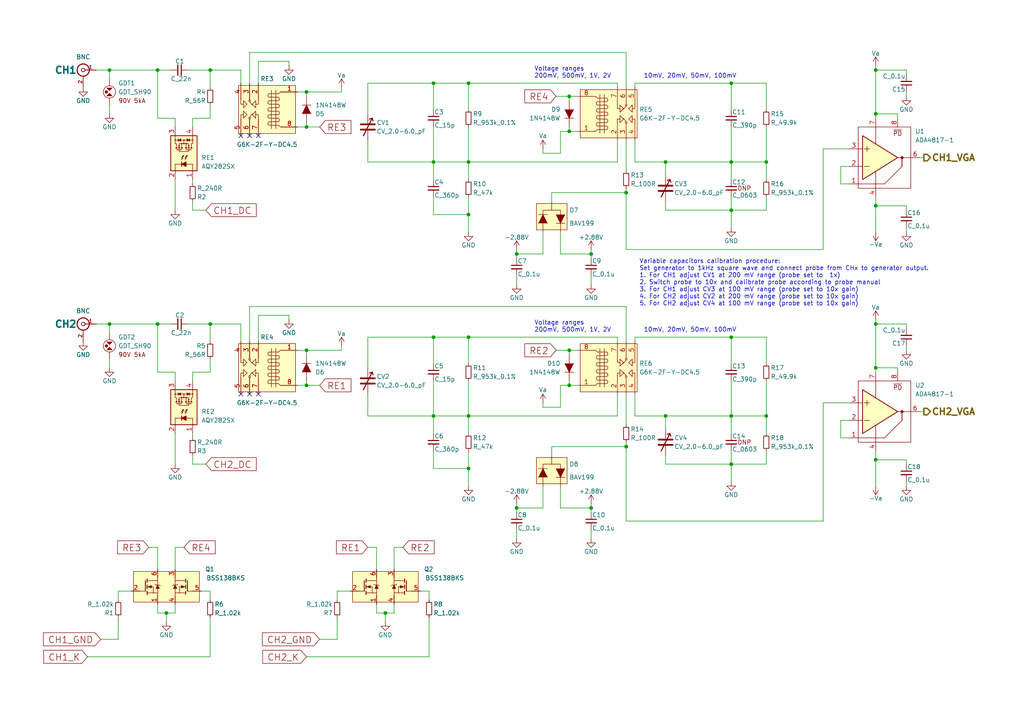
<source format=kicad_sch>
(kicad_sch (version 20231120) (generator "eeschema") (generator_version "8.0")
  (paper "A4")
  (title_block (title "Scopefun Oscilloscope") (rev "v2") (comment 1 "Copyright Dejan Priversek 2017") (comment 2 "Licensed under CERN OHL v.1.2"))
  (lib_symbols
    (symbol "ScopefunParts:+2.88V" (power) (pin_names (offset 0))
      (property "Value" "+2.88V" (at 0 3.556 0))
      (symbol "+2.88V_1_1"
        (pin power_in line (at 0 0 90) (length 0) hide (name "+2.88V") (number "1"))
      )
    )
    (symbol "ScopefunParts:+Va" (power) (pin_names (offset 0))
      (property "Value" "+Va" (at 0 3.556 0))
      (symbol "+Va_1_1"
        (pin power_in line (at 0 0 90) (length 0) hide (name "Va") (number "1"))
      )
    )
    (symbol "ScopefunParts:-2.88V" (power) (pin_names (offset 0))
      (property "Value" "-2.88V" (at 0 3.556 0))
      (symbol "-2.88V_1_1"
        (pin power_in line (at 0 0 90) (length 0) hide (name "-2.88V") (number "1"))
      )
    )
    (symbol "ScopefunParts:-Va" (power) (pin_names (offset 0))
      (property "Value" "-Va" (at 0 3.556 0))
      (symbol "-Va_1_1"
        (pin power_in line (at 0 0 90) (length 0) hide (name "-Va") (number "1"))
      )
    )
    (symbol "ScopefunParts:1N4148W" (pin_numbers hide) (pin_names (offset 1.016) hide)
      (property "Reference" "D" (at 2.54 1.27 0))
      (property "Value" "1N4148W" (at 2.54 -1.27 0))
      (symbol "1N4148W_1_1"
        (pin passive line (at 0 -3.81 90) (length 2.54) (name "K") (number "1"))
        (pin passive line (at 0 3.81 270) (length 2.54) (name "A") (number "2"))
      )
    )
    (symbol "ScopefunParts:ADA4817-1" (pin_names (offset 0) hide)
      (property "Reference" "U" (at 10.16 7.62 0))
      (property "Value" "ADA4817-1" (at 10.16 5.08 0))
      (symbol "ADA4817-1_0_0"
        (text "~{PD}" (at 5.08 6.985 0) (effects (font (size 1.27 1.27))))
      )
      (symbol "ADA4817-1_0_1"
        (pin power_in line (at -1.27 -11.43 90) (length 2.54) (name "-Vs") (number "4"))
      )
      (symbol "ADA4817-1_1_1"
        (pin output line (at -8.89 -7.62 0) (length 2.54) (name "FB") (number "1"))
        (pin input line (at -8.89 -2.54 0) (length 2.54) (name "-IN") (number "2"))
        (pin input line (at -8.89 2.54 0) (length 2.54) (name "+IN") (number "3"))
        (pin output line (at 11.43 0 180) (length 2.54) (name "OUT") (number "6"))
        (pin power_in line (at -1.27 11.43 270) (length 2.54) (name "+Vs") (number "7"))
        (pin input line (at 5.08 11.43 270) (length 2.54) (name "~{PD}") (number "8"))
      )
    )
    (symbol "ScopefunParts:AQY282SX" (pin_names (offset 1.016))
      (property "Reference" "RE" (at -5.08 5.08 0))
      (property "Value" "AQY282SX" (at 0 5.08 0))
      (symbol "AQY282SX_1_1"
        (pin passive line (at -7.62 2.54 0) (length 2.54) (name "~") (number "1"))
        (pin passive line (at -7.62 -2.54 0) (length 2.54) (name "~") (number "2"))
        (pin passive line (at 7.62 -2.54 180) (length 2.54) (name "~") (number "3"))
        (pin passive line (at 7.62 2.54 180) (length 2.54) (name "~") (number "4"))
      )
    )
    (symbol "ScopefunParts:BAV199" (pin_numbers hide) (pin_names (offset 1.016) hide)
      (property "Reference" "D" (at 5.08 2.54 0))
      (property "Value" "BAV199" (at 5.08 -1.27 0))
      (symbol "BAV199_1_1"
        (pin passive line (at -2.54 -3.81 90) (length 2.54) (name "1") (number "1"))
        (pin passive line (at 2.54 -3.81 90) (length 2.54) (name "2") (number "2"))
        (pin passive line (at 0 5.08 270) (length 2.54) (name "3") (number "3"))
      )
    )
    (symbol "ScopefunParts:BNC" (pin_names (offset 1.016) hide)
      (property "Reference" "P" (at 0.254 3.048 0))
      (property "Value" "BNC" (at 0 -6.35 0))
      (symbol "BNC_1_1"
        (pin passive line (at 3.81 0 180) (length 3.302) (name "In") (number "1"))
        (pin passive line (at 0 -5.08 90) (length 3.302) (name "Ext") (number "2"))
      )
    )
    (symbol "ScopefunParts:BSS138BKS" (pin_names (offset 0) hide)
      (property "Reference" "Q" (at 13.97 5.08 0))
      (property "Value" "BSS138BKS" (at 22.86 2.54 0))
      (symbol "BSS138BKS_1_1"
        (pin passive line (at -2.54 -5.08 90) (length 2.54) (name "S1") (number "1"))
        (pin input line (at -10.16 -1.27 0) (length 2.54) (name "G1") (number "2"))
        (pin passive line (at 2.54 5.08 270) (length 2.54) (name "D2") (number "3"))
        (pin passive line (at 2.54 -5.08 90) (length 2.54) (name "S2") (number "4"))
        (pin input line (at 10.16 -1.27 180) (length 2.54) (name "G2") (number "5"))
        (pin passive line (at -2.54 5.08 270) (length 2.54) (name "D1") (number "6"))
      )
    )
    (symbol "ScopefunParts:CV_2.0-6.0_pF" (pin_numbers hide) (pin_names (offset 0.254) hide)
      (property "Reference" "CV" (at 2.54 1.27 0))
      (property "Value" "CV_2.0-6.0_pF" (at 2.54 -1.27 0))
      (symbol "CV_2.0-6.0_pF_1_1"
        (pin passive line (at 0 3.81 270) (length 3.048) (name "~") (number "1"))
        (pin passive line (at 0 -3.81 90) (length 3.048) (name "~") (number "2"))
      )
    )
    (symbol "ScopefunParts:C_0.1u" (pin_numbers hide) (pin_names (offset 0.254) hide)
      (property "Reference" "C" (at 0.254 1.778 0))
      (property "Value" "C_0.1u" (at 0.254 -2.032 0))
      (symbol "C_0.1u_1_1"
        (pin passive line (at 0 2.54 270) (length 1.905) (name "~") (number "1"))
        (pin passive line (at 0 -2.54 90) (length 2.032) (name "~") (number "2"))
      )
    )
    (symbol "ScopefunParts:C_0603" (pin_numbers hide) (pin_names (offset 0.254) hide)
      (property "Reference" "C" (at 0.254 1.778 0))
      (property "Value" "C_0603" (at 0.254 -2.032 0))
      (symbol "C_0603_0_0"
        (text "DNP" (at 3.81 0 0) (effects (font (size 1.27 1.27))))
      )
      (symbol "C_0603_1_1"
        (pin passive line (at 0 2.54 270) (length 1.905) (name "~") (number "1"))
        (pin passive line (at 0 -2.54 90) (length 2.032) (name "~") (number "2"))
      )
    )
    (symbol "ScopefunParts:C_15p" (pin_numbers hide) (pin_names (offset 0.254) hide)
      (property "Reference" "C" (at 0.254 1.778 0))
      (property "Value" "C_15p" (at 0.254 -2.032 0))
      (symbol "C_15p_1_1"
        (pin passive line (at 0 2.54 270) (length 1.905) (name "~") (number "1"))
        (pin passive line (at 0 -2.54 90) (length 2.032) (name "~") (number "2"))
      )
    )
    (symbol "ScopefunParts:C_22n" (pin_numbers hide) (pin_names (offset 0.254) hide)
      (property "Reference" "C" (at 0.254 1.778 0))
      (property "Value" "C_22n" (at 0.254 -2.032 0))
      (symbol "C_22n_1_1"
        (pin passive line (at 0 2.54 270) (length 1.905) (name "~") (number "1"))
        (pin passive line (at 0 -2.54 90) (length 2.032) (name "~") (number "2"))
      )
    )
    (symbol "ScopefunParts:C_360p" (pin_numbers hide) (pin_names (offset 0.254) hide)
      (property "Reference" "C" (at 0.254 1.778 0))
      (property "Value" "C_360p" (at 0.254 -2.032 0))
      (symbol "C_360p_1_1"
        (pin passive line (at 0 2.54 270) (length 1.905) (name "~") (number "1"))
        (pin passive line (at 0 -2.54 90) (length 2.032) (name "~") (number "2"))
      )
    )
    (symbol "ScopefunParts:C_390p" (pin_numbers hide) (pin_names (offset 0.254) hide)
      (property "Reference" "C" (at 0.254 1.778 0))
      (property "Value" "C_390p" (at 0.254 -2.032 0))
      (symbol "C_390p_1_1"
        (pin passive line (at 0 2.54 270) (length 1.905) (name "~") (number "1"))
        (pin passive line (at 0 -2.54 90) (length 2.032) (name "~") (number "2"))
      )
    )
    (symbol "ScopefunParts:G6K-2F-Y-DC4.5" (pin_names (offset 1.016) hide)
      (property "Reference" "RE" (at 0 10.16 0))
      (property "Value" "G6K-2F-Y-DC4.5" (at 0 -10.16 0))
      (symbol "G6K-2F-Y-DC4.5_1_1"
        (pin input line (at -8.89 -5.08 0) (length 4.826) (name "1") (number "1"))
        (pin passive line (at 2.54 -7.62 90) (length 4.826) (name "2") (number "2"))
        (pin passive line (at 5.08 -7.62 90) (length 4.826) (name "3") (number "3"))
        (pin passive line (at 7.62 -7.62 90) (length 4.826) (name "4") (number "4"))
        (pin passive line (at 7.62 7.62 270) (length 4.826) (name "5") (number "5"))
        (pin passive line (at 5.08 7.62 270) (length 4.826) (name "6") (number "6"))
        (pin passive line (at 2.54 7.62 270) (length 4.826) (name "7") (number "7"))
        (pin input line (at -8.89 5.08 0) (length 4.826) (name "8") (number "8"))
      )
    )
    (symbol "ScopefunParts:GDT_SH90" (pin_numbers hide) (pin_names (offset 0.254) hide)
      (property "Reference" "GDT" (at 2.54 2.54 0))
      (property "Value" "GDT_SH90" (at 2.54 0 0))
      (symbol "GDT_SH90_0_0"
        (text "90V 5kA" (at 2.54 -2.54 0) (effects (font (size 1.27 1.27)) (justify left)))
      )
      (symbol "GDT_SH90_1_1"
        (pin passive line (at 0 3.81 270) (length 2.032) (name "~") (number "1"))
        (pin passive line (at 0 -3.81 90) (length 2.032) (name "~") (number "2"))
      )
    )
    (symbol "ScopefunParts:R_1.02k" (pin_numbers hide) (pin_names (offset 0.254) hide)
      (property "Reference" "R" (at 1.27 1.27 0))
      (property "Value" "R_1.02k" (at 1.27 -1.27 0))
      (symbol "R_1.02k_1_1"
        (pin passive line (at 0 2.54 270) (length 0.762) (name "~") (number "1"))
        (pin passive line (at 0 -2.54 90) (length 0.762) (name "~") (number "2"))
      )
    )
    (symbol "ScopefunParts:R_100R" (pin_numbers hide) (pin_names (offset 0.254) hide)
      (property "Reference" "R" (at 1.27 1.27 0))
      (property "Value" "R_100R" (at 1.27 -1.27 0))
      (symbol "R_100R_1_1"
        (pin passive line (at 0 2.54 270) (length 0.762) (name "~") (number "1"))
        (pin passive line (at 0 -2.54 90) (length 0.762) (name "~") (number "2"))
      )
    )
    (symbol "ScopefunParts:R_240R" (pin_numbers hide) (pin_names (offset 0.254) hide)
      (property "Reference" "R" (at 1.27 1.27 0))
      (property "Value" "R_240R" (at 1.27 -1.27 0))
      (symbol "R_240R_1_1"
        (pin passive line (at 0 2.54 270) (length 0.762) (name "~") (number "1"))
        (pin passive line (at 0 -2.54 90) (length 0.762) (name "~") (number "2"))
      )
    )
    (symbol "ScopefunParts:R_47k" (pin_numbers hide) (pin_names (offset 0.254) hide)
      (property "Reference" "R" (at 1.27 1.27 0))
      (property "Value" "R_47k" (at 1.27 -1.27 0))
      (symbol "R_47k_1_1"
        (pin passive line (at 0 2.54 270) (length 0.762) (name "~") (number "1"))
        (pin passive line (at 0 -2.54 90) (length 0.762) (name "~") (number "2"))
      )
    )
    (symbol "ScopefunParts:R_49.9k" (pin_numbers hide) (pin_names (offset 0.254) hide)
      (property "Reference" "R" (at 1.27 1.27 0))
      (property "Value" "R_49.9k" (at 1.27 -1.27 0))
      (symbol "R_49.9k_1_1"
        (pin passive line (at 0 2.54 270) (length 0.762) (name "~") (number "1"))
        (pin passive line (at 0 -2.54 90) (length 0.762) (name "~") (number "2"))
      )
    )
    (symbol "ScopefunParts:R_56R" (pin_numbers hide) (pin_names (offset 0.254) hide)
      (property "Reference" "R" (at 1.27 1.27 0))
      (property "Value" "R_56R" (at 1.27 -1.27 0))
      (symbol "R_56R_1_1"
        (pin passive line (at 0 2.54 270) (length 0.762) (name "~") (number "1"))
        (pin passive line (at 0 -2.54 90) (length 0.762) (name "~") (number "2"))
      )
    )
    (symbol "ScopefunParts:R_953k_0.1%" (pin_numbers hide) (pin_names (offset 0.254) hide)
      (property "Reference" "R" (at 1.27 1.27 0))
      (property "Value" "R_953k_0.1%" (at 1.27 -1.27 0))
      (symbol "R_953k_0.1%_1_1"
        (pin passive line (at 0 2.54 270) (length 0.762) (name "~") (number "1"))
        (pin passive line (at 0 -2.54 90) (length 0.762) (name "~") (number "2"))
      )
    )
    (symbol "Scopefun_v2-rescue:GND" (power) (pin_names (offset 0))
      (property "Value" "GND" (at 0 -3.81 0))
      (symbol "GND_1_1"
        (pin power_in line (at 0 0 270) (length 0) hide (name "GND") (number "1"))
      )
    )
  )
  (junction (at 149.86 73.66))
  (junction (at 254 93.98))
  (junction (at 212.09 46.99))
  (junction (at 193.04 120.65))
  (junction (at 135.89 62.23))
  (junction (at 31.75 20.32))
  (junction (at 45.72 20.32))
  (junction (at 45.72 93.98))
  (junction (at 88.9 26.67))
  (junction (at 111.76 177.8))
  (junction (at 222.25 46.99))
  (junction (at 212.09 120.65))
  (junction (at 135.89 120.65))
  (junction (at 181.61 55.88))
  (junction (at 165.1 38.1))
  (junction (at 181.61 129.54))
  (junction (at 31.75 93.98))
  (junction (at 88.9 111.76))
  (junction (at 254 33.02))
  (junction (at 88.9 36.83))
  (junction (at 222.25 120.65))
  (junction (at 48.26 177.8))
  (junction (at 212.09 97.79))
  (junction (at 60.96 93.98))
  (junction (at 254 133.35))
  (junction (at 135.89 46.99))
  (junction (at 165.1 101.6))
  (junction (at 135.89 135.89))
  (junction (at 135.89 97.79))
  (junction (at 212.09 134.62))
  (junction (at 193.04 46.99))
  (junction (at 125.73 24.13))
  (junction (at 125.73 120.65))
  (junction (at 171.45 73.66))
  (junction (at 88.9 101.6))
  (junction (at 254 106.68))
  (junction (at 149.86 147.32))
  (junction (at 212.09 60.96))
  (junction (at 165.1 111.76))
  (junction (at 135.89 24.13))
  (junction (at 165.1 27.94))
  (junction (at 171.45 147.32))
  (junction (at 125.73 97.79))
  (junction (at 60.96 20.32))
  (junction (at 254 59.69))
  (junction (at 212.09 24.13))
  (junction (at 254 20.32))
  (junction (at 125.73 46.99))
  (no_connect (at 72.39 114.3))
  (no_connect (at 69.85 39.37))
  (no_connect (at 72.39 39.37))
  (no_connect (at 74.93 114.3))
  (no_connect (at 74.93 39.37))
  (no_connect (at 69.85 114.3))
  (wire (pts (xy 212.09 120.65) (xy 222.25 120.65)))
  (wire (pts (xy 135.89 120.65) (xy 135.89 125.73)))
  (wire (pts (xy 243.84 53.34) (xy 243.84 48.26)))
  (wire (pts (xy 171.45 146.05) (xy 171.45 147.32)))
  (wire (pts (xy 135.89 120.65) (xy 179.07 120.65)))
  (wire (pts (xy 165.1 110.49) (xy 165.1 111.76)))
  (wire (pts (xy 222.25 97.79) (xy 222.25 105.41)))
  (wire (pts (xy 254 59.69) (xy 254 67.31)))
  (wire (pts (xy 88.9 35.56) (xy 88.9 36.83)))
  (wire (pts (xy 125.73 31.75) (xy 125.73 24.13)))
  (wire (pts (xy 181.61 49.53) (xy 181.61 40.64)))
  (wire (pts (xy 184.15 24.13) (xy 212.09 24.13)))
  (wire (pts (xy 34.29 173.99) (xy 34.29 171.45)))
  (wire (pts (xy 160.02 129.54) (xy 160.02 132.08)))
  (wire (pts (xy 254 133.35) (xy 254 140.97)))
  (wire (pts (xy 88.9 101.6) (xy 99.06 101.6)))
  (wire (pts (xy 254 57.15) (xy 254 59.69)))
  (wire (pts (xy 157.48 44.45) (xy 157.48 43.18)))
  (wire (pts (xy 135.89 62.23) (xy 135.89 67.31)))
  (wire (pts (xy 106.68 120.65) (xy 106.68 114.3)))
  (wire (pts (xy 60.96 107.95) (xy 60.96 104.14)))
  (wire (pts (xy 55.88 134.62) (xy 59.69 134.62)))
  (wire (pts (xy 74.93 17.78) (xy 74.93 24.13)))
  (wire (pts (xy 262.89 67.31) (xy 262.89 66.04)))
  (wire (pts (xy 243.84 121.92) (xy 246.38 121.92)))
  (wire (pts (xy 238.76 116.84) (xy 238.76 151.13)))
  (wire (pts (xy 171.45 80.01) (xy 171.45 82.55)))
  (wire (pts (xy 88.9 110.49) (xy 88.9 111.76)))
  (wire (pts (xy 106.68 46.99) (xy 106.68 40.64)))
  (wire (pts (xy 162.56 67.31) (xy 162.56 73.66)))
  (wire (pts (xy 74.93 91.44) (xy 74.93 99.06)))
  (wire (pts (xy 262.89 101.6) (xy 262.89 100.33)))
  (wire (pts (xy 135.89 130.81) (xy 135.89 135.89)))
  (wire (pts (xy 212.09 60.96) (xy 212.09 66.04)))
  (wire (pts (xy 262.89 93.98) (xy 262.89 95.25)))
  (wire (pts (xy 60.96 190.5) (xy 60.96 179.07)))
  (wire (pts (xy 60.96 171.45) (xy 58.42 171.45)))
  (wire (pts (xy 238.76 72.39) (xy 181.61 72.39)))
  (wire (pts (xy 212.09 97.79) (xy 222.25 97.79)))
  (wire (pts (xy 246.38 53.34) (xy 243.84 53.34)))
  (wire (pts (xy 125.73 97.79) (xy 135.89 97.79)))
  (wire (pts (xy 125.73 24.13) (xy 135.89 24.13)))
  (wire (pts (xy 246.38 127) (xy 243.84 127)))
  (wire (pts (xy 171.45 72.39) (xy 171.45 73.66)))
  (wire (pts (xy 222.25 110.49) (xy 222.25 120.65)))
  (wire (pts (xy 29.21 185.42) (xy 34.29 185.42)))
  (wire (pts (xy 86.36 26.67) (xy 88.9 26.67)))
  (wire (pts (xy 72.39 15.24) (xy 72.39 24.13)))
  (wire (pts (xy 267.97 45.72) (xy 266.7 45.72)))
  (wire (pts (xy 260.35 34.29) (xy 260.35 33.02)))
  (wire (pts (xy 106.68 97.79) (xy 125.73 97.79)))
  (wire (pts (xy 157.48 67.31) (xy 157.48 73.66)))
  (wire (pts (xy 55.88 53.34) (xy 55.88 52.07)))
  (wire (pts (xy 72.39 88.9) (xy 181.61 88.9)))
  (wire (pts (xy 88.9 111.76) (xy 92.71 111.76)))
  (wire (pts (xy 125.73 62.23) (xy 135.89 62.23)))
  (wire (pts (xy 55.88 60.96) (xy 59.69 60.96)))
  (wire (pts (xy 181.61 129.54) (xy 160.02 129.54)))
  (wire (pts (xy 212.09 134.62) (xy 212.09 139.7)))
  (wire (pts (xy 106.68 97.79) (xy 106.68 106.68)))
  (wire (pts (xy 254 130.81) (xy 254 133.35)))
  (wire (pts (xy 31.75 93.98) (xy 45.72 93.98)))
  (wire (pts (xy 162.56 118.11) (xy 157.48 118.11)))
  (wire (pts (xy 125.73 57.15) (xy 125.73 62.23)))
  (wire (pts (xy 125.73 120.65) (xy 125.73 125.73)))
  (wire (pts (xy 149.86 73.66) (xy 149.86 74.93)))
  (wire (pts (xy 135.89 110.49) (xy 135.89 120.65)))
  (wire (pts (xy 83.82 19.05) (xy 83.82 17.78)))
  (wire (pts (xy 48.26 180.34) (xy 48.26 177.8)))
  (wire (pts (xy 157.48 118.11) (xy 157.48 116.84)))
  (wire (pts (xy 135.89 24.13) (xy 135.89 31.75)))
  (wire (pts (xy 88.9 27.94) (xy 88.9 26.67)))
  (wire (pts (xy 114.3 158.75) (xy 114.3 165.1)))
  (wire (pts (xy 60.96 107.95) (xy 55.88 107.95)))
  (wire (pts (xy 106.68 24.13) (xy 106.68 33.02)))
  (wire (pts (xy 135.89 24.13) (xy 179.07 24.13)))
  (wire (pts (xy 260.35 106.68) (xy 254 106.68)))
  (wire (pts (xy 106.68 158.75) (xy 109.22 158.75)))
  (wire (pts (xy 149.86 146.05) (xy 149.86 147.32)))
  (wire (pts (xy 88.9 36.83) (xy 92.71 36.83)))
  (wire (pts (xy 135.89 97.79) (xy 135.89 105.41)))
  (wire (pts (xy 184.15 24.13) (xy 184.15 25.4)))
  (wire (pts (xy 212.09 97.79) (xy 212.09 105.41)))
  (wire (pts (xy 254 93.98) (xy 254 106.68)))
  (wire (pts (xy 165.1 111.76) (xy 167.64 111.76)))
  (wire (pts (xy 50.8 52.07) (xy 50.8 60.96)))
  (wire (pts (xy 88.9 26.67) (xy 99.06 26.67)))
  (wire (pts (xy 212.09 110.49) (xy 212.09 120.65)))
  (wire (pts (xy 124.46 173.99) (xy 124.46 171.45)))
  (wire (pts (xy 45.72 177.8) (xy 48.26 177.8)))
  (wire (pts (xy 193.04 60.96) (xy 193.04 58.42)))
  (wire (pts (xy 181.61 128.27) (xy 181.61 129.54)))
  (wire (pts (xy 184.15 120.65) (xy 184.15 114.3)))
  (wire (pts (xy 246.38 116.84) (xy 238.76 116.84)))
  (wire (pts (xy 31.75 30.48) (xy 31.75 33.02)))
  (wire (pts (xy 45.72 20.32) (xy 49.53 20.32)))
  (wire (pts (xy 125.73 110.49) (xy 125.73 120.65)))
  (wire (pts (xy 34.29 185.42) (xy 34.29 179.07)))
  (wire (pts (xy 125.73 36.83) (xy 125.73 46.99)))
  (wire (pts (xy 99.06 101.6) (xy 99.06 100.33)))
  (wire (pts (xy 55.88 107.95) (xy 55.88 110.49)))
  (wire (pts (xy 125.73 130.81) (xy 125.73 135.89)))
  (wire (pts (xy 193.04 46.99) (xy 212.09 46.99)))
  (wire (pts (xy 260.35 107.95) (xy 260.35 106.68)))
  (wire (pts (xy 212.09 24.13) (xy 222.25 24.13)))
  (wire (pts (xy 184.15 46.99) (xy 184.15 40.64)))
  (wire (pts (xy 111.76 180.34) (xy 111.76 177.8)))
  (wire (pts (xy 181.61 54.61) (xy 181.61 55.88)))
  (wire (pts (xy 106.68 46.99) (xy 125.73 46.99)))
  (wire (pts (xy 99.06 26.67) (xy 99.06 25.4)))
  (wire (pts (xy 212.09 120.65) (xy 212.09 125.73)))
  (wire (pts (xy 222.25 46.99) (xy 222.25 52.07)))
  (wire (pts (xy 165.1 36.83) (xy 165.1 38.1)))
  (wire (pts (xy 135.89 46.99) (xy 179.07 46.99)))
  (wire (pts (xy 55.88 36.83) (xy 55.88 34.29)))
  (wire (pts (xy 179.07 97.79) (xy 179.07 99.06)))
  (wire (pts (xy 55.88 132.08) (xy 55.88 134.62)))
  (wire (pts (xy 116.84 158.75) (xy 114.3 158.75)))
  (wire (pts (xy 212.09 130.81) (xy 212.09 134.62)))
  (wire (pts (xy 165.1 29.21) (xy 165.1 27.94)))
  (wire (pts (xy 184.15 120.65) (xy 193.04 120.65)))
  (wire (pts (xy 181.61 55.88) (xy 181.61 72.39)))
  (wire (pts (xy 157.48 73.66) (xy 149.86 73.66)))
  (wire (pts (xy 254 20.32) (xy 262.89 20.32)))
  (wire (pts (xy 179.07 120.65) (xy 179.07 114.3)))
  (wire (pts (xy 45.72 93.98) (xy 49.53 93.98)))
  (wire (pts (xy 54.61 20.32) (xy 60.96 20.32)))
  (wire (pts (xy 161.29 101.6) (xy 165.1 101.6)))
  (wire (pts (xy 212.09 36.83) (xy 212.09 46.99)))
  (wire (pts (xy 55.88 58.42) (xy 55.88 60.96)))
  (wire (pts (xy 74.93 91.44) (xy 83.82 91.44)))
  (wire (pts (xy 125.73 46.99) (xy 125.73 52.07)))
  (wire (pts (xy 149.86 80.01) (xy 149.86 82.55)))
  (wire (pts (xy 50.8 134.62) (xy 50.8 125.73)))
  (wire (pts (xy 157.48 140.97) (xy 157.48 147.32)))
  (wire (pts (xy 88.9 190.5) (xy 124.46 190.5)))
  (wire (pts (xy 238.76 43.18) (xy 238.76 72.39)))
  (wire (pts (xy 222.25 120.65) (xy 222.25 125.73)))
  (wire (pts (xy 193.04 60.96) (xy 212.09 60.96)))
  (wire (pts (xy 55.88 125.73) (xy 55.88 127)))
  (wire (pts (xy 243.84 127) (xy 243.84 121.92)))
  (wire (pts (xy 45.72 158.75) (xy 45.72 165.1)))
  (wire (pts (xy 25.4 190.5) (xy 60.96 190.5)))
  (wire (pts (xy 222.25 60.96) (xy 222.25 57.15)))
  (wire (pts (xy 45.72 177.8) (xy 45.72 175.26)))
  (wire (pts (xy 45.72 107.95) (xy 45.72 93.98)))
  (wire (pts (xy 171.45 153.67) (xy 171.45 156.21)))
  (wire (pts (xy 262.89 59.69) (xy 254 59.69)))
  (wire (pts (xy 125.73 135.89) (xy 135.89 135.89)))
  (wire (pts (xy 50.8 110.49) (xy 50.8 107.95)))
  (wire (pts (xy 31.75 104.14) (xy 31.75 106.68)))
  (wire (pts (xy 171.45 147.32) (xy 171.45 148.59)))
  (wire (pts (xy 222.25 36.83) (xy 222.25 46.99)))
  (wire (pts (xy 212.09 46.99) (xy 212.09 52.07)))
  (wire (pts (xy 149.86 153.67) (xy 149.86 156.21)))
  (wire (pts (xy 31.75 96.52) (xy 31.75 93.98)))
  (wire (pts (xy 262.89 140.97) (xy 262.89 139.7)))
  (wire (pts (xy 50.8 158.75) (xy 50.8 165.1)))
  (wire (pts (xy 181.61 129.54) (xy 181.61 151.13)))
  (wire (pts (xy 184.15 46.99) (xy 193.04 46.99)))
  (wire (pts (xy 254 19.05) (xy 254 20.32)))
  (wire (pts (xy 193.04 134.62) (xy 193.04 132.08)))
  (wire (pts (xy 54.61 93.98) (xy 60.96 93.98)))
  (wire (pts (xy 106.68 120.65) (xy 125.73 120.65)))
  (wire (pts (xy 246.38 43.18) (xy 238.76 43.18)))
  (wire (pts (xy 50.8 177.8) (xy 50.8 175.26)))
  (wire (pts (xy 162.56 44.45) (xy 157.48 44.45)))
  (wire (pts (xy 97.79 185.42) (xy 97.79 179.07)))
  (wire (pts (xy 109.22 177.8) (xy 111.76 177.8)))
  (wire (pts (xy 161.29 27.94) (xy 165.1 27.94)))
  (wire (pts (xy 50.8 107.95) (xy 45.72 107.95)))
  (wire (pts (xy 260.35 33.02) (xy 254 33.02)))
  (wire (pts (xy 50.8 36.83) (xy 50.8 34.29)))
  (wire (pts (xy 27.94 20.32) (xy 31.75 20.32)))
  (wire (pts (xy 193.04 120.65) (xy 212.09 120.65)))
  (wire (pts (xy 254 33.02) (xy 254 34.29)))
  (wire (pts (xy 135.89 135.89) (xy 135.89 140.97)))
  (wire (pts (xy 181.61 123.19) (xy 181.61 114.3)))
  (wire (pts (xy 262.89 20.32) (xy 262.89 21.59)))
  (wire (pts (xy 181.61 88.9) (xy 181.61 99.06)))
  (wire (pts (xy 254 20.32) (xy 254 33.02)))
  (wire (pts (xy 162.56 38.1) (xy 162.56 44.45)))
  (wire (pts (xy 135.89 57.15) (xy 135.89 62.23)))
  (wire (pts (xy 157.48 147.32) (xy 149.86 147.32)))
  (wire (pts (xy 212.09 60.96) (xy 222.25 60.96)))
  (wire (pts (xy 45.72 34.29) (xy 45.72 20.32)))
  (wire (pts (xy 262.89 93.98) (xy 254 93.98)))
  (wire (pts (xy 193.04 134.62) (xy 212.09 134.62)))
  (wire (pts (xy 60.96 25.4) (xy 60.96 20.32)))
  (wire (pts (xy 243.84 48.26) (xy 246.38 48.26)))
  (wire (pts (xy 50.8 34.29) (xy 45.72 34.29)))
  (wire (pts (xy 125.73 105.41) (xy 125.73 97.79)))
  (wire (pts (xy 184.15 97.79) (xy 212.09 97.79)))
  (wire (pts (xy 109.22 158.75) (xy 109.22 165.1)))
  (wire (pts (xy 162.56 147.32) (xy 171.45 147.32)))
  (wire (pts (xy 238.76 151.13) (xy 181.61 151.13)))
  (wire (pts (xy 83.82 91.44) (xy 83.82 92.71)))
  (wire (pts (xy 111.76 177.8) (xy 114.3 177.8)))
  (wire (pts (xy 97.79 171.45) (xy 101.6 171.45)))
  (wire (pts (xy 262.89 27.94) (xy 262.89 26.67)))
  (wire (pts (xy 125.73 120.65) (xy 135.89 120.65)))
  (wire (pts (xy 43.18 158.75) (xy 45.72 158.75)))
  (wire (pts (xy 222.25 24.13) (xy 222.25 31.75)))
  (wire (pts (xy 262.89 134.62) (xy 262.89 133.35)))
  (wire (pts (xy 254 92.71) (xy 254 93.98)))
  (wire (pts (xy 193.04 46.99) (xy 193.04 50.8)))
  (wire (pts (xy 34.29 171.45) (xy 38.1 171.45)))
  (wire (pts (xy 60.96 173.99) (xy 60.96 171.45)))
  (wire (pts (xy 165.1 101.6) (xy 167.64 101.6)))
  (wire (pts (xy 106.68 24.13) (xy 125.73 24.13)))
  (wire (pts (xy 125.73 46.99) (xy 135.89 46.99)))
  (wire (pts (xy 162.56 111.76) (xy 165.1 111.76)))
  (wire (pts (xy 160.02 55.88) (xy 160.02 58.42)))
  (wire (pts (xy 114.3 177.8) (xy 114.3 175.26)))
  (wire (pts (xy 162.56 73.66) (xy 171.45 73.66)))
  (wire (pts (xy 165.1 102.87) (xy 165.1 101.6)))
  (wire (pts (xy 60.96 93.98) (xy 69.85 93.98)))
  (wire (pts (xy 222.25 134.62) (xy 222.25 130.81)))
  (wire (pts (xy 72.39 15.24) (xy 181.61 15.24)))
  (wire (pts (xy 193.04 120.65) (xy 193.04 124.46)))
  (wire (pts (xy 92.71 185.42) (xy 97.79 185.42)))
  (wire (pts (xy 262.89 133.35) (xy 254 133.35)))
  (wire (pts (xy 184.15 97.79) (xy 184.15 99.06)))
  (wire (pts (xy 212.09 134.62) (xy 222.25 134.62)))
  (wire (pts (xy 69.85 93.98) (xy 69.85 99.06)))
  (wire (pts (xy 262.89 60.96) (xy 262.89 59.69)))
  (wire (pts (xy 72.39 88.9) (xy 72.39 99.06)))
  (wire (pts (xy 60.96 93.98) (xy 60.96 99.06)))
  (wire (pts (xy 179.07 24.13) (xy 179.07 25.4)))
  (wire (pts (xy 69.85 20.32) (xy 69.85 24.13)))
  (wire (pts (xy 254 106.68) (xy 254 107.95)))
  (wire (pts (xy 86.36 101.6) (xy 88.9 101.6)))
  (wire (pts (xy 27.94 93.98) (xy 31.75 93.98)))
  (wire (pts (xy 31.75 20.32) (xy 45.72 20.32)))
  (wire (pts (xy 53.34 158.75) (xy 50.8 158.75)))
  (wire (pts (xy 181.61 55.88) (xy 160.02 55.88)))
  (wire (pts (xy 55.88 34.29) (xy 60.96 34.29)))
  (wire (pts (xy 31.75 22.86) (xy 31.75 20.32)))
  (wire (pts (xy 165.1 38.1) (xy 167.64 38.1)))
  (wire (pts (xy 135.89 46.99) (xy 135.89 52.07)))
  (wire (pts (xy 86.36 36.83) (xy 88.9 36.83)))
  (wire (pts (xy 212.09 46.99) (xy 222.25 46.99)))
  (wire (pts (xy 181.61 15.24) (xy 181.61 25.4)))
  (wire (pts (xy 60.96 20.32) (xy 69.85 20.32)))
  (wire (pts (xy 135.89 97.79) (xy 179.07 97.79)))
  (wire (pts (xy 179.07 46.99) (xy 179.07 40.64)))
  (wire (pts (xy 60.96 34.29) (xy 60.96 30.48)))
  (wire (pts (xy 124.46 171.45) (xy 121.92 171.45)))
  (wire (pts (xy 124.46 190.5) (xy 124.46 179.07)))
  (wire (pts (xy 212.09 57.15) (xy 212.09 60.96)))
  (wire (pts (xy 162.56 140.97) (xy 162.56 147.32)))
  (wire (pts (xy 109.22 177.8) (xy 109.22 175.26)))
  (wire (pts (xy 267.97 119.38) (xy 266.7 119.38)))
  (wire (pts (xy 97.79 173.99) (xy 97.79 171.45)))
  (wire (pts (xy 212.09 24.13) (xy 212.09 31.75)))
  (wire (pts (xy 86.36 111.76) (xy 88.9 111.76)))
  (wire (pts (xy 83.82 17.78) (xy 74.93 17.78)))
  (wire (pts (xy 135.89 36.83) (xy 135.89 46.99)))
  (wire (pts (xy 149.86 72.39) (xy 149.86 73.66)))
  (wire (pts (xy 165.1 27.94) (xy 167.64 27.94)))
  (wire (pts (xy 88.9 102.87) (xy 88.9 101.6)))
  (wire (pts (xy 162.56 118.11) (xy 162.56 111.76)))
  (wire (pts (xy 171.45 73.66) (xy 171.45 74.93)))
  (wire (pts (xy 162.56 38.1) (xy 165.1 38.1)))
  (wire (pts (xy 48.26 177.8) (xy 50.8 177.8)))
  (wire (pts (xy 149.86 147.32) (xy 149.86 148.59)))
  (text "10mV, 20mV, 50mV, 100mV" (at 186.69 96.52 0) (effects (font (size 1.27 1.27)) (justify left bottom)))
  (text "Voltage ranges\n200mV, 500mV, 1V, 2V" (at 154.94 96.52 0) (effects (font (size 1.27 1.27)) (justify left bottom)))
  (text "Voltage ranges\n200mV, 500mV, 1V, 2V" (at 154.94 22.86 0) (effects (font (size 1.27 1.27)) (justify left bottom)))
  (text "Variable capacitors calibration procedure:\nSet generator to 1kHz square wave and connect probe from CHx to generator output.\n1. For CH1 adjust CV1 at 200 mV range (probe set to  1x)\n2. Switch probe to 10x and calibrate probe according to probe manual\n3. For CH1 adjust CV3 at 100 mV range (probe set to 10x gain)\n4. For CH2 adjust CV2 at 200 mV range (probe set to 10x gain)\n5. For CH2 adjust CV4 at 100 mV range (probe set to 10x gain)" (at 185.42 88.9 0) (effects (font (size 1.27 1.27)) (justify left bottom)))
  (text "10mV, 20mV, 50mV, 100mV" (at 186.69 22.86 0) (effects (font (size 1.27 1.27)) (justify left bottom)))
  (global_label "RE1" (shape input) (at 106.68 158.75 180) (effects (font (size 1.905 1.905))) (property "Intersheetrefs" "${INTERSHEET_REFS}" (effects (hide yes))))
  (global_label "RE3" (shape input) (at 43.18 158.75 180) (effects (font (size 1.905 1.905))) (property "Intersheetrefs" "${INTERSHEET_REFS}" (effects (hide yes))))
  (global_label "RE2" (shape input) (at 116.84 158.75 0) (effects (font (size 1.905 1.905))) (property "Intersheetrefs" "${INTERSHEET_REFS}" (effects (hide yes))))
  (global_label "CH1_K" (shape input) (at 25.4 190.5 180) (effects (font (size 1.905 1.905))) (property "Intersheetrefs" "${INTERSHEET_REFS}" (effects (hide yes))))
  (global_label "CH2_K" (shape input) (at 88.9 190.5 180) (effects (font (size 1.905 1.905))) (property "Intersheetrefs" "${INTERSHEET_REFS}" (effects (hide yes))))
  (global_label "RE3" (shape input) (at 92.71 36.83 0) (effects (font (size 1.905 1.905))) (property "Intersheetrefs" "${INTERSHEET_REFS}" (effects (hide yes))))
  (global_label "RE2" (shape input) (at 161.29 101.6 180) (effects (font (size 1.905 1.905))) (property "Intersheetrefs" "${INTERSHEET_REFS}" (effects (hide yes))))
  (global_label "RE4" (shape input) (at 161.29 27.94 180) (effects (font (size 1.905 1.905))) (property "Intersheetrefs" "${INTERSHEET_REFS}" (effects (hide yes))))
  (global_label "CH1_GND" (shape input) (at 29.21 185.42 180) (effects (font (size 1.905 1.905))) (property "Intersheetrefs" "${INTERSHEET_REFS}" (effects (hide yes))))
  (global_label "RE1" (shape input) (at 92.71 111.76 0) (effects (font (size 1.905 1.905))) (property "Intersheetrefs" "${INTERSHEET_REFS}" (effects (hide yes))))
  (global_label "CH1_DC" (shape input) (at 59.69 60.96 0) (effects (font (size 1.905 1.905))) (property "Intersheetrefs" "${INTERSHEET_REFS}" (effects (hide yes))))
  (global_label "CH2_DC" (shape input) (at 59.69 134.62 0) (effects (font (size 1.905 1.905))) (property "Intersheetrefs" "${INTERSHEET_REFS}" (effects (hide yes))))
  (global_label "RE4" (shape input) (at 53.34 158.75 0) (effects (font (size 1.905 1.905))) (property "Intersheetrefs" "${INTERSHEET_REFS}" (effects (hide yes))))
  (global_label "CH2_GND" (shape input) (at 92.71 185.42 180) (effects (font (size 1.905 1.905))) (property "Intersheetrefs" "${INTERSHEET_REFS}" (effects (hide yes))))
  (hierarchical_label "CH1_VGA" (shape output) (at 267.97 45.72 0) (effects (font (size 1.905 1.905) (thickness 0.381) (bold yes))))
  (hierarchical_label "CH2_VGA" (shape output) (at 267.97 119.38 0) (effects (font (size 1.905 1.905) (thickness 0.381) (bold yes))))
  (symbol (lib_id "Scopefun_v2-rescue:GND") (at 24.13 99.06 0) (unit 1)
    (property "Reference" "#PWR0460" (effects (hide yes)))
    (property "Value" "GND" (at 24.13 102.87 0))
  )
  (symbol (lib_id "ScopefunParts:R_56R") (at 60.96 101.6 0) (mirror y) (unit 1)
    (property "Reference" "R5" (at 59.69 100.33 0) (effects (justify left)))
    (property "Value" "R_56R" (at 59.69 102.87 0) (effects (justify left)))
    (property "Footprint" "ScopefunPackagesLibrary:R_0603" (effects (hide yes)))
    (property "Datasheet" "http://industrial.panasonic.com/cdbs/www-data/pdf/AOA0000/AOA0000CE2.pdf" (effects (hide yes)))
    (property "Description" "RES SMD 1% 1/10W 0603" (effects (hide yes)))
    (property "MFG Part#" "ERJ-3EKF56R0V" (effects (hide yes)))
    (instances (project "Scopefun_v2" (path "" (reference "R5") (unit 1)) (path "" (reference "R202") (unit 1))))
  )
  (symbol (lib_id "ScopefunParts:R_953k_0.1%") (at 135.89 107.95 0) (unit 1)
    (property "Reference" "R11" (at 137.16 106.68 0) (effects (justify left)))
    (property "Value" "R_953k_0.1%" (at 137.16 109.22 0) (effects (justify left)))
    (property "Footprint" "ScopefunPackagesLibrary:R_0805" (effects (hide yes)))
    (property "Datasheet" "http://industrial.panasonic.com/ww/products/resistors/chip-resistors/chip-resistors/precision-thick-film-chip-resistors/ERJ3RED9533V" (effects (hide yes)))
    (property "Description" "RES SMD 0.1% 1/10W 0805" (effects (hide yes)))
    (property "MFG Part#" "ERA-6AEB9533V" (effects (hide yes)))
    (instances (project "Scopefun_v2" (path "" (reference "R11") (unit 1)) (path "" (reference "R203") (unit 1))))
  )
  (symbol (lib_id "ScopefunParts:R_47k") (at 135.89 128.27 0) (unit 1)
    (property "Reference" "R12" (at 137.16 127 0) (effects (justify left)))
    (property "Value" "R_47k" (at 137.16 129.54 0) (effects (justify left)))
    (property "Footprint" "ScopefunPackagesLibrary:R_0603" (effects (hide yes)))
    (property "Datasheet" "http://industrial.panasonic.com/cdbs/www-data/pdf/AOA0000/AOA0000CE2.pdf" (effects (hide yes)))
    (property "Description" "RES SMD 1% 1/10W 0603" (effects (hide yes)))
    (property "MFG Part#" "ERJ-3EKF4702V" (effects (hide yes)))
    (instances (project "Scopefun_v2" (path "" (reference "R12") (unit 1)) (path "" (reference "R206") (unit 1))))
  )
  (symbol (lib_id "Scopefun_v2-rescue:GND") (at 83.82 92.71 0) (mirror y) (unit 1)
    (property "Reference" "#PWR0458" (effects (hide yes)))
    (property "Value" "GND" (at 83.82 96.52 0))
  )
  (symbol (lib_id "ScopefunParts:R_953k_0.1%") (at 222.25 128.27 0) (unit 1)
    (property "Reference" "R18" (at 223.52 127 0) (effects (justify left)))
    (property "Value" "R_953k_0.1%" (at 223.52 129.54 0) (effects (justify left)))
    (property "Footprint" "ScopefunPackagesLibrary:R_0805" (effects (hide yes)))
    (property "Datasheet" "http://industrial.panasonic.com/ww/products/resistors/chip-resistors/chip-resistors/precision-thick-film-chip-resistors/ERJ3RED9533V" (effects (hide yes)))
    (property "Description" "RES SMD 0.1% 1/10W 0805" (effects (hide yes)))
    (property "MFG Part#" "ERA-6AEB9533V" (effects (hide yes)))
    (instances (project "Scopefun_v2" (path "" (reference "R18") (unit 1)) (path "" (reference "R207") (unit 1))))
  )
  (symbol (lib_id "Scopefun_v2-rescue:GND") (at 135.89 140.97 0) (unit 1)
    (property "Reference" "#PWR0467" (effects (hide yes)))
    (property "Value" "GND" (at 135.89 144.78 0))
  )
  (symbol (lib_id "Scopefun_v2-rescue:GND") (at 212.09 139.7 0) (unit 1)
    (property "Reference" "#PWR0466" (effects (hide yes)))
    (property "Value" "GND" (at 212.09 143.51 0))
  )
  (symbol (lib_id "Scopefun_v2-rescue:GND") (at 50.8 134.62 0) (mirror y) (unit 1)
    (property "Reference" "#PWR0465" (effects (hide yes)))
    (property "Value" "GND" (at 50.8 138.43 0))
  )
  (symbol (lib_id "ScopefunParts:+Va") (at 99.06 100.33 0) (mirror y) (unit 1)
    (property "Reference" "#PWR0461" (effects (hide yes)))
    (property "Value" "Va" (at 99.06 96.774 0))
  )
  (symbol (lib_id "ScopefunParts:R_1.02k") (at 34.29 176.53 180) (unit 1)
    (property "Reference" "R1" (at 33.02 177.8 0) (effects (justify left)))
    (property "Value" "R_1.02k" (at 33.02 175.26 0) (effects (justify left)))
    (property "Footprint" "ScopefunPackagesLibrary:R_0603" (effects (hide yes)))
    (property "Datasheet" "http://industrial.panasonic.com/cdbs/www-data/pdf/AOA0000/AOA0000CE2.pdf" (effects (hide yes)))
    (property "Description" "RES SMD 1% 1/10W 0603" (effects (hide yes)))
    (property "MFG Part#" "ERJ-3EKF1021V" (effects (hide yes)))
    (instances (project "Scopefun_v2" (path "" (reference "R1") (unit 1)) (path "" (reference "R209") (unit 1))))
  )
  (symbol (lib_id "ScopefunParts:R_1.02k") (at 60.96 176.53 0) (unit 1)
    (property "Reference" "R6" (at 62.23 175.26 0) (effects (justify left)))
    (property "Value" "R_1.02k" (at 62.23 177.8 0) (effects (justify left)))
    (property "Footprint" "ScopefunPackagesLibrary:R_0603" (effects (hide yes)))
    (property "Datasheet" "http://industrial.panasonic.com/cdbs/www-data/pdf/AOA0000/AOA0000CE2.pdf" (effects (hide yes)))
    (property "Description" "RES SMD 1% 1/10W 0603" (effects (hide yes)))
    (property "MFG Part#" "ERJ-3EKF1021V" (effects (hide yes)))
    (instances (project "Scopefun_v2" (path "" (reference "R6") (unit 1)) (path "" (reference "R210") (unit 1))))
  )
  (symbol (lib_id "ScopefunParts:BSS138BKS") (at 48.26 170.18 0) (unit 1)
    (property "Reference" "Q1" (at 62.23 165.1 0) (effects (justify right)))
    (property "Value" "BSS138BKS" (at 71.12 167.64 0) (effects (justify right)))
    (property "Footprint" "ScopefunPackagesLibrary:SOT363" (effects (hide yes)))
    (property "Datasheet" "http://www.nxp.com/documents/data_sheet/BSS138BKS.pdf" (effects (hide yes)))
    (property "Description" "60 V, 320 mA dual N-channel Trench MOSFET" (effects (hide yes)))
    (property "MFG Part#" "BSS138PS,115" (effects (hide yes)))
    (instances (project "Scopefun_v2" (path "" (reference "Q1") (unit 1)) (path "" (reference "Q5") (unit 1))))
  )
  (symbol (lib_id "Scopefun_v2-rescue:GND") (at 48.26 180.34 0) (unit 1)
    (property "Reference" "#PWR0474" (effects (hide yes)))
    (property "Value" "GND" (at 48.26 184.15 0))
  )
  (symbol (lib_id "ScopefunParts:R_100R") (at 181.61 125.73 0) (unit 1)
    (property "Reference" "R14" (at 182.88 124.46 0) (effects (justify left)))
    (property "Value" "R_100R" (at 182.88 127 0) (effects (justify left)))
    (property "Footprint" "ScopefunPackagesLibrary:R_0603" (effects (hide yes)))
    (property "Datasheet" "http://industrial.panasonic.com/cdbs/www-data/pdf/AOA0000/AOA0000CE2.pdf" (effects (hide yes)))
    (property "Description" "RES SMD 1% 1/10W 0603" (effects (hide yes)))
    (property "MFG Part#" "ERJ-3EKF1000V" (effects (hide yes)))
    (instances (project "Scopefun_v2" (path "" (reference "R14") (unit 1)) (path "" (reference "R205") (unit 1))))
  )
  (symbol (lib_id "ScopefunParts:BAV199") (at 160.02 137.16 0) (unit 1)
    (property "Reference" "D8" (at 165.1 134.62 0) (effects (justify left)))
    (property "Value" "BAV199" (at 165.1 138.43 0) (effects (justify left)))
    (property "Footprint" "ScopefunPackagesLibrary:SOT23" (effects (hide yes)))
    (property "Description" "Low-leakage double diode" (effects (hide yes)))
    (property "MFG Part#" "BAV199-7-F" (effects (hide yes)))
    (instances (project "Scopefun_v2" (path "" (reference "D8") (unit 1)) (path "" (reference "D23") (unit 1))))
  )
  (symbol (lib_id "ScopefunParts:+2.88V") (at 171.45 146.05 0) (unit 1)
    (property "Reference" "#PWR0471" (effects (hide yes)))
    (property "Value" "+2.88V" (at 171.45 142.494 0))
  )
  (symbol (lib_id "ScopefunParts:C_0.1u") (at 149.86 151.13 0) (unit 1)
    (property "Reference" "C8" (at 150.114 149.352 0) (effects (justify left)))
    (property "Value" "C_0.1u" (at 150.114 153.162 0) (effects (justify left)))
    (property "Footprint" "ScopefunPackagesLibrary:C_0603" (effects (hide yes)))
    (property "Description" "MLCC - SMD/SMT 0603 16V X7R 10%" (effects (hide yes)))
    (property "MFG Part#" "C0603C104K4RACTU" (effects (hide yes)))
    (instances (project "Scopefun_v2" (path "" (reference "C8") (unit 1)) (path "" (reference "C295") (unit 1))))
  )
  (symbol (lib_id "ScopefunParts:C_0.1u") (at 171.45 151.13 0) (unit 1)
    (property "Reference" "C10" (at 171.704 149.352 0) (effects (justify left)))
    (property "Value" "C_0.1u" (at 171.704 153.162 0) (effects (justify left)))
    (property "Footprint" "ScopefunPackagesLibrary:C_0603" (effects (hide yes)))
    (property "Description" "MLCC - SMD/SMT 0603 16V X7R 10%" (effects (hide yes)))
    (property "MFG Part#" "C0603C104K4RACTU" (effects (hide yes)))
    (instances (project "Scopefun_v2" (path "" (reference "C10") (unit 1)) (path "" (reference "C296") (unit 1))))
  )
  (symbol (lib_id "Scopefun_v2-rescue:GND") (at 171.45 156.21 0) (unit 1)
    (property "Reference" "#PWR0473" (effects (hide yes)))
    (property "Value" "GND" (at 171.45 160.02 0))
  )
  (symbol (lib_id "Scopefun_v2-rescue:GND") (at 149.86 156.21 0) (unit 1)
    (property "Reference" "#PWR0472" (effects (hide yes)))
    (property "Value" "GND" (at 149.86 160.02 0))
  )
  (symbol (lib_id "ScopefunParts:+Va") (at 254 92.71 0) (unit 1)
    (property "Reference" "#PWR0459" (effects (hide yes)))
    (property "Value" "Va" (at 254 89.154 0))
  )
  (symbol (lib_id "Scopefun_v2-rescue:GND") (at 24.13 25.4 0) (unit 1)
    (property "Reference" "#PWR0444" (effects (hide yes)))
    (property "Value" "GND" (at 24.13 29.21 0))
  )
  (symbol (lib_id "ScopefunParts:AQY282SX") (at 53.34 44.45 270) (mirror x) (unit 1)
    (property "Reference" "RE1" (at 58.42 45.72 90) (effects (justify left)))
    (property "Value" "AQY282SX" (at 58.42 48.26 90) (effects (justify left)))
    (property "Footprint" "ScopefunPackagesLibrary:SOP-4" (effects (hide yes)))
    (property "Datasheet" "https://www.mouser.com/ds/2/315/panasonic_AQW,AQY280,282,284-1196946.pdf" (effects (hide yes)))
    (property "Description" "Solid State Relays - PCB Mount 60v 500mA SOP Form A Norm-Open" (effects (hide yes)))
    (property "MFG Part#" "AQY282SX" (effects (hide yes)))
    (instances (project "Scopefun_v2" (path "" (reference "RE1") (unit 1)) (path "" (reference "RE12") (unit 1))))
  )
  (symbol (lib_id "ScopefunParts:R_56R") (at 60.96 27.94 0) (mirror y) (unit 1)
    (property "Reference" "R4" (at 59.69 26.67 0) (effects (justify left)))
    (property "Value" "R_56R" (at 59.69 29.21 0) (effects (justify left)))
    (property "Footprint" "ScopefunPackagesLibrary:R_0603" (effects (hide yes)))
    (property "Datasheet" "http://industrial.panasonic.com/cdbs/www-data/pdf/AOA0000/AOA0000CE2.pdf" (effects (hide yes)))
    (property "Description" "RES SMD 1% 1/10W 0603" (effects (hide yes)))
    (property "MFG Part#" "ERJ-3EKF56R0V" (effects (hide yes)))
    (instances (project "Scopefun_v2" (path "" (reference "R4") (unit 1)) (path "" (reference "R195") (unit 1))))
  )
  (symbol (lib_id "ScopefunParts:R_953k_0.1%") (at 135.89 34.29 0) (unit 1)
    (property "Reference" "R9" (at 137.16 33.02 0) (effects (justify left)))
    (property "Value" "R_953k_0.1%" (at 137.16 35.56 0) (effects (justify left)))
    (property "Footprint" "ScopefunPackagesLibrary:R_0805" (effects (hide yes)))
    (property "Datasheet" "http://industrial.panasonic.com/ww/products/resistors/chip-resistors/chip-resistors/precision-thick-film-chip-resistors/ERJ3RED9533V" (effects (hide yes)))
    (property "Description" "RES SMD 0.1% 1/10W 0805" (effects (hide yes)))
    (property "MFG Part#" "ERA-6AEB9533V" (effects (hide yes)))
    (instances (project "Scopefun_v2" (path "" (reference "R9") (unit 1)) (path "" (reference "R196") (unit 1))))
  )
  (symbol (lib_id "ScopefunParts:R_47k") (at 135.89 54.61 0) (unit 1)
    (property "Reference" "R10" (at 137.16 53.34 0) (effects (justify left)))
    (property "Value" "R_47k" (at 137.16 55.88 0) (effects (justify left)))
    (property "Footprint" "ScopefunPackagesLibrary:R_0603" (effects (hide yes)))
    (property "Datasheet" "http://industrial.panasonic.com/cdbs/www-data/pdf/AOA0000/AOA0000CE2.pdf" (effects (hide yes)))
    (property "Description" "RES SMD 1% 1/10W 0603" (effects (hide yes)))
    (property "MFG Part#" "ERJ-3EKF4702V" (effects (hide yes)))
    (instances (project "Scopefun_v2" (path "" (reference "R10") (unit 1)) (path "" (reference "R199") (unit 1))))
  )
  (symbol (lib_id "ScopefunParts:R_953k_0.1%") (at 222.25 54.61 0) (unit 1)
    (property "Reference" "R16" (at 223.52 53.34 0) (effects (justify left)))
    (property "Value" "R_953k_0.1%" (at 223.52 55.88 0) (effects (justify left)))
    (property "Footprint" "ScopefunPackagesLibrary:R_0805" (effects (hide yes)))
    (property "Datasheet" "http://industrial.panasonic.com/ww/products/resistors/chip-resistors/chip-resistors/precision-thick-film-chip-resistors/ERJ3RED9533V" (effects (hide yes)))
    (property "Description" "RES SMD 0.1% 1/10W 0805" (effects (hide yes)))
    (property "MFG Part#" "ERA-6AEB9533V" (effects (hide yes)))
    (instances (project "Scopefun_v2" (path "" (reference "R16") (unit 1)) (path "" (reference "R200") (unit 1))))
  )
  (symbol (lib_id "Scopefun_v2-rescue:GND") (at 135.89 67.31 0) (unit 1)
    (property "Reference" "#PWR0451" (effects (hide yes)))
    (property "Value" "GND" (at 135.89 71.12 0))
  )
  (symbol (lib_id "Scopefun_v2-rescue:GND") (at 212.09 66.04 0) (unit 1)
    (property "Reference" "#PWR0450" (effects (hide yes)))
    (property "Value" "GND" (at 212.09 69.85 0))
  )
  (symbol (lib_id "ScopefunParts:+Va") (at 157.48 43.18 0) (unit 1)
    (property "Reference" "#PWR0448" (effects (hide yes)))
    (property "Value" "Va" (at 157.48 39.37 0))
  )
  (symbol (lib_id "Scopefun_v2-rescue:GND") (at 50.8 60.96 0) (mirror y) (unit 1)
    (property "Reference" "#PWR0449" (effects (hide yes)))
    (property "Value" "GND" (at 50.8 64.77 0))
  )
  (symbol (lib_id "ScopefunParts:R_100R") (at 181.61 52.07 0) (unit 1)
    (property "Reference" "R13" (at 182.88 50.8 0) (effects (justify left)))
    (property "Value" "R_100R" (at 182.88 53.34 0) (effects (justify left)))
    (property "Footprint" "ScopefunPackagesLibrary:R_0603" (effects (hide yes)))
    (property "Datasheet" "http://industrial.panasonic.com/cdbs/www-data/pdf/AOA0000/AOA0000CE2.pdf" (effects (hide yes)))
    (property "Description" "RES SMD 1% 1/10W 0603" (effects (hide yes)))
    (property "MFG Part#" "ERJ-3EKF1000V" (effects (hide yes)))
    (instances (project "Scopefun_v2" (path "" (reference "R13") (unit 1)) (path "" (reference "R198") (unit 1))))
  )
  (symbol (lib_id "ScopefunParts:BAV199") (at 160.02 63.5 0) (unit 1)
    (property "Reference" "D7" (at 165.1 60.96 0) (effects (justify left)))
    (property "Value" "BAV199" (at 165.1 64.77 0) (effects (justify left)))
    (property "Footprint" "ScopefunPackagesLibrary:SOT23" (effects (hide yes)))
    (property "Description" "Low-leakage double diode" (effects (hide yes)))
    (property "MFG Part#" "BAV199-7-F" (effects (hide yes)))
    (instances (project "Scopefun_v2" (path "" (reference "D7") (unit 1)) (path "" (reference "D20") (unit 1))))
  )
  (symbol (lib_id "ScopefunParts:+2.88V") (at 171.45 72.39 0) (unit 1)
    (property "Reference" "#PWR0455" (effects (hide yes)))
    (property "Value" "+2.88V" (at 171.45 68.834 0))
  )
  (symbol (lib_id "ScopefunParts:C_0.1u") (at 149.86 77.47 0) (unit 1)
    (property "Reference" "C7" (at 150.114 75.692 0) (effects (justify left)))
    (property "Value" "C_0.1u" (at 150.114 79.502 0) (effects (justify left)))
    (property "Footprint" "ScopefunPackagesLibrary:C_0603" (effects (hide yes)))
    (property "Description" "MLCC - SMD/SMT 0603 16V X7R 10%" (effects (hide yes)))
    (property "MFG Part#" "C0603C104K4RACTU" (effects (hide yes)))
    (instances (project "Scopefun_v2" (path "" (reference "C7") (unit 1)) (path "" (reference "C286") (unit 1))))
  )
  (symbol (lib_id "ScopefunParts:C_0.1u") (at 171.45 77.47 0) (unit 1)
    (property "Reference" "C9" (at 171.704 75.692 0) (effects (justify left)))
    (property "Value" "C_0.1u" (at 171.704 79.502 0) (effects (justify left)))
    (property "Footprint" "ScopefunPackagesLibrary:C_0603" (effects (hide yes)))
    (property "Description" "MLCC - SMD/SMT 0603 16V X7R 10%" (effects (hide yes)))
    (property "MFG Part#" "C0603C104K4RACTU" (effects (hide yes)))
    (instances (project "Scopefun_v2" (path "" (reference "C9") (unit 1)) (path "" (reference "C287") (unit 1))))
  )
  (symbol (lib_id "Scopefun_v2-rescue:GND") (at 171.45 82.55 0) (unit 1)
    (property "Reference" "#PWR0457" (effects (hide yes)))
    (property "Value" "GND" (at 171.45 86.36 0))
  )
  (symbol (lib_id "Scopefun_v2-rescue:GND") (at 149.86 82.55 0) (unit 1)
    (property "Reference" "#PWR0456" (effects (hide yes)))
    (property "Value" "GND" (at 149.86 86.36 0))
  )
  (symbol (lib_id "ScopefunParts:+Va") (at 254 19.05 0) (unit 1)
    (property "Reference" "#PWR0443" (effects (hide yes)))
    (property "Value" "Va" (at 254 15.494 0))
  )
  (symbol (lib_id "ScopefunParts:-Va") (at 254 67.31 180) (unit 1)
    (property "Reference" "#PWR0452" (effects (hide yes)))
    (property "Value" "-Va" (at 254 70.866 0))
  )
  (symbol (lib_id "ScopefunParts:C_0.1u") (at 262.89 24.13 180) (unit 1)
    (property "Reference" "C15" (at 262.636 25.908 0) (effects (justify left)))
    (property "Value" "C_0.1u" (at 262.636 22.098 0) (effects (justify left)))
    (property "Footprint" "ScopefunPackagesLibrary:C_0603" (effects (hide yes)))
    (property "Description" "MLCC - SMD/SMT 0603 16V X7R 10%" (effects (hide yes)))
    (property "MFG Part#" "C0603C104K4RACTU" (effects (hide yes)))
    (instances (project "Scopefun_v2" (path "" (reference "C15") (unit 1)) (path "" (reference "C280") (unit 1))))
  )
  (symbol (lib_id "ScopefunParts:C_0.1u") (at 262.89 63.5 0) (unit 1)
    (property "Reference" "C16" (at 263.144 61.722 0) (effects (justify left)))
    (property "Value" "C_0.1u" (at 263.144 65.532 0) (effects (justify left)))
    (property "Footprint" "ScopefunPackagesLibrary:C_0603" (effects (hide yes)))
    (property "Description" "MLCC - SMD/SMT 0603 16V X7R 10%" (effects (hide yes)))
    (property "MFG Part#" "C0603C104K4RACTU" (effects (hide yes)))
    (instances (project "Scopefun_v2" (path "" (reference "C16") (unit 1)) (path "" (reference "C285") (unit 1))))
  )
  (symbol (lib_id "Scopefun_v2-rescue:GND") (at 262.89 67.31 0) (unit 1)
    (property "Reference" "#PWR0453" (effects (hide yes)))
    (property "Value" "GND" (at 262.89 71.12 0))
  )
  (symbol (lib_id "Scopefun_v2-rescue:GND") (at 262.89 27.94 0) (unit 1)
    (property "Reference" "#PWR0446" (effects (hide yes)))
    (property "Value" "GND" (at 262.89 31.75 0))
  )
  (symbol (lib_id "ScopefunParts:R_1.02k") (at 97.79 176.53 180) (unit 1)
    (property "Reference" "R7" (at 96.52 177.8 0) (effects (justify left)))
    (property "Value" "R_1.02k" (at 96.52 175.26 0) (effects (justify left)))
    (property "Footprint" "ScopefunPackagesLibrary:R_0603" (effects (hide yes)))
    (property "Datasheet" "http://industrial.panasonic.com/cdbs/www-data/pdf/AOA0000/AOA0000CE2.pdf" (effects (hide yes)))
    (property "Description" "RES SMD 1% 1/10W 0603" (effects (hide yes)))
    (property "MFG Part#" "ERJ-3EKF1021V" (effects (hide yes)))
    (instances (project "Scopefun_v2" (path "" (reference "R7") (unit 1)) (path "" (reference "R211") (unit 1))))
  )
  (symbol (lib_id "ScopefunParts:R_1.02k") (at 124.46 176.53 0) (unit 1)
    (property "Reference" "R8" (at 125.73 175.26 0) (effects (justify left)))
    (property "Value" "R_1.02k" (at 125.73 177.8 0) (effects (justify left)))
    (property "Footprint" "ScopefunPackagesLibrary:R_0603" (effects (hide yes)))
    (property "Datasheet" "http://industrial.panasonic.com/cdbs/www-data/pdf/AOA0000/AOA0000CE2.pdf" (effects (hide yes)))
    (property "Description" "RES SMD 1% 1/10W 0603" (effects (hide yes)))
    (property "MFG Part#" "ERJ-3EKF1021V" (effects (hide yes)))
    (instances (project "Scopefun_v2" (path "" (reference "R8") (unit 1)) (path "" (reference "R212") (unit 1))))
  )
  (symbol (lib_id "ScopefunParts:BSS138BKS") (at 111.76 170.18 0) (unit 1)
    (property "Reference" "Q2" (at 125.73 165.1 0) (effects (justify right)))
    (property "Value" "BSS138BKS" (at 134.62 167.64 0) (effects (justify right)))
    (property "Footprint" "ScopefunPackagesLibrary:SOT363" (effects (hide yes)))
    (property "Datasheet" "http://www.nxp.com/documents/data_sheet/BSS138BKS.pdf" (effects (hide yes)))
    (property "Description" "60 V, 320 mA dual N-channel Trench MOSFET" (effects (hide yes)))
    (property "MFG Part#" "BSS138PS,115" (effects (hide yes)))
    (instances (project "Scopefun_v2" (path "" (reference "Q2") (unit 1)) (path "" (reference "Q7") (unit 1))))
  )
  (symbol (lib_id "Scopefun_v2-rescue:GND") (at 111.76 180.34 0) (unit 1)
    (property "Reference" "#PWR0475" (effects (hide yes)))
    (property "Value" "GND" (at 111.76 184.15 0))
  )
  (symbol (lib_id "ScopefunParts:C_22n") (at 52.07 20.32 270) (unit 1)
    (property "Reference" "C1" (at 50.8 17.78 90) (effects (justify left)))
    (property "Value" "C_22n" (at 49.53 22.86 90) (effects (justify left)))
    (property "Footprint" "ScopefunPackagesLibrary:C_0603" (effects (hide yes)))
    (property "Description" "MLCC - SMD/SMT 0603 100V X7R 10%" (effects (hide yes)))
    (property "MFG Part#" "C0603C223K1RACTU" (effects (hide yes)))
    (instances (project "Scopefun_v2" (path "" (reference "C1") (unit 1)) (path "" (reference "C279") (unit 1))))
  )
  (symbol (lib_id "ScopefunParts:C_22n") (at 52.07 93.98 270) (unit 1)
    (property "Reference" "C2" (at 50.8 91.44 90) (effects (justify left)))
    (property "Value" "C_22n" (at 49.53 96.52 90) (effects (justify left)))
    (property "Footprint" "ScopefunPackagesLibrary:C_0603" (effects (hide yes)))
    (property "Description" "MLCC - SMD/SMT 0603 100V X7R 10%" (effects (hide yes)))
    (property "MFG Part#" "C0603C223K1RACTU" (effects (hide yes)))
    (instances (project "Scopefun_v2" (path "" (reference "C2") (unit 1)) (path "" (reference "C288") (unit 1))))
  )
  (symbol (lib_id "ScopefunParts:-2.88V") (at 149.86 72.39 0) (unit 1)
    (property "Reference" "#PWR0454" (effects (hide yes)))
    (property "Value" "-2.88V" (at 149.86 68.834 0))
  )
  (symbol (lib_id "ScopefunParts:-2.88V") (at 149.86 146.05 0) (unit 1)
    (property "Reference" "#PWR0470" (effects (hide yes)))
    (property "Value" "-2.88V" (at 149.86 142.494 0))
  )
  (symbol (lib_id "ScopefunParts:G6K-2F-Y-DC4.5") (at 77.47 106.68 180) (unit 1)
    (property "Reference" "RE4" (at 77.47 97.79 0))
    (property "Value" "G6K-2F-Y-DC4.5" (at 77.47 116.84 0))
    (property "Footprint" "ScopefunPackagesLibrary:G6K-2F-Y" (effects (hide yes)))
    (property "Datasheet" "https://www.omron.com/ecb/products/pdf/en-g6k.pdf" (effects (hide yes)))
    (property "Description" "Low Signal Relays - PCB Gullwing NoLatch 3.2 DPDT 4.5VDC 100mW" (effects (hide yes)))
    (property "MFG Part#" "G6K-2F-Y-DC4.5" (effects (hide yes)))
    (instances (project "Scopefun_v2" (path "" (reference "RE4") (unit 1)) (path "" (reference "RE13") (unit 1))))
  )
  (symbol (lib_id "ScopefunParts:G6K-2F-Y-DC4.5") (at 176.53 33.02 0) (unit 1)
    (property "Reference" "RE5" (at 185.42 31.75 0) (effects (justify left)))
    (property "Value" "G6K-2F-Y-DC4.5" (at 185.42 34.29 0) (effects (justify left)))
    (property "Footprint" "ScopefunPackagesLibrary:G6K-2F-Y" (effects (hide yes)))
    (property "Datasheet" "https://www.omron.com/ecb/products/pdf/en-g6k.pdf" (effects (hide yes)))
    (property "Description" "Low Signal Relays - PCB Gullwing NoLatch 3.2 DPDT 4.5VDC 100mW" (effects (hide yes)))
    (property "MFG Part#" "G6K-2F-Y-DC4.5" (effects (hide yes)))
    (instances (project "Scopefun_v2" (path "" (reference "RE5") (unit 1)) (path "" (reference "RE11") (unit 1))))
  )
  (symbol (lib_id "ScopefunParts:G6K-2F-Y-DC4.5") (at 176.53 106.68 0) (unit 1)
    (property "Reference" "RE6" (at 185.42 105.41 0) (effects (justify left)))
    (property "Value" "G6K-2F-Y-DC4.5" (at 185.42 107.95 0) (effects (justify left)))
    (property "Footprint" "ScopefunPackagesLibrary:G6K-2F-Y" (effects (hide yes)))
    (property "Datasheet" "https://www.omron.com/ecb/products/pdf/en-g6k.pdf" (effects (hide yes)))
    (property "Description" "Low Signal Relays - PCB Gullwing NoLatch 3.2 DPDT 4.5VDC 100mW" (effects (hide yes)))
    (property "MFG Part#" "G6K-2F-Y-DC4.5" (effects (hide yes)))
    (instances (project "Scopefun_v2" (path "" (reference "RE6") (unit 1)) (path "" (reference "RE14") (unit 1))))
  )
  (symbol (lib_id "ScopefunParts:AQY282SX") (at 53.34 118.11 270) (mirror x) (unit 1)
    (property "Reference" "RE2" (at 58.42 119.38 90) (effects (justify left)))
    (property "Value" "AQY282SX" (at 58.42 121.92 90) (effects (justify left)))
    (property "Footprint" "ScopefunPackagesLibrary:SOP-4" (effects (hide yes)))
    (property "Datasheet" "https://www.mouser.com/ds/2/315/panasonic_AQW,AQY280,282,284-1196946.pdf" (effects (hide yes)))
    (property "Description" "Solid State Relays - PCB Mount 60v 500mA SOP Form A Norm-Open" (effects (hide yes)))
    (property "MFG Part#" "AQY282SX" (effects (hide yes)))
    (instances (project "Scopefun_v2" (path "" (reference "RE2") (unit 1)) (path "" (reference "RE15") (unit 1))))
  )
  (symbol (lib_id "ScopefunParts:+Va") (at 157.48 116.84 0) (unit 1)
    (property "Reference" "#PWR0464" (effects (hide yes)))
    (property "Value" "Va" (at 157.48 113.03 0))
  )
  (symbol (lib_id "Scopefun_v2-rescue:GND") (at 83.82 19.05 0) (mirror y) (unit 1)
    (property "Reference" "#PWR0442" (effects (hide yes)))
    (property "Value" "GND" (at 83.82 22.86 0))
  )
  (symbol (lib_id "ScopefunParts:G6K-2F-Y-DC4.5") (at 77.47 31.75 180) (unit 1)
    (property "Reference" "RE3" (at 77.47 22.86 0))
    (property "Value" "G6K-2F-Y-DC4.5" (at 77.47 41.91 0))
    (property "Footprint" "ScopefunPackagesLibrary:G6K-2F-Y" (effects (hide yes)))
    (property "Datasheet" "https://www.omron.com/ecb/products/pdf/en-g6k.pdf" (effects (hide yes)))
    (property "Description" "Low Signal Relays - PCB Gullwing NoLatch 3.2 DPDT 4.5VDC 100mW" (effects (hide yes)))
    (property "MFG Part#" "G6K-2F-Y-DC4.5" (effects (hide yes)))
    (instances (project "Scopefun_v2" (path "" (reference "RE3") (unit 1)) (path "" (reference "RE10") (unit 1))))
  )
  (symbol (lib_id "ScopefunParts:+Va") (at 99.06 25.4 0) (mirror y) (unit 1)
    (property "Reference" "#PWR0445" (effects (hide yes)))
    (property "Value" "Va" (at 99.06 21.844 0))
  )
  (symbol (lib_id "ScopefunParts:ADA4817-1") (at 255.27 45.72 0) (unit 1)
    (property "Reference" "U1" (at 265.43 38.1 0) (effects (justify left)))
    (property "Value" "ADA4817-1" (at 265.43 40.64 0) (effects (justify left)))
    (property "Footprint" "ScopefunPackagesLibrary:SOIC8" (effects (hide yes)))
    (property "Datasheet" "http://www.analog.com/media/en/technical-documentation/data-sheets/ADA4817-1_4817-2.pdf" (effects (hide yes)))
    (property "Description" "Low Noise, 1 GHz FastFET Op Amp" (effects (hide yes)))
    (property "MFG Part#" "ADA4817-1ARDZ" (effects (hide yes)))
    (instances (project "Scopefun_v2" (path "" (reference "U1") (unit 1)) (path "" (reference "U41") (unit 1))))
  )
  (symbol (lib_id "ScopefunParts:-Va") (at 254 140.97 180) (unit 1)
    (property "Reference" "#PWR0468" (effects (hide yes)))
    (property "Value" "-Va" (at 254 144.526 0))
  )
  (symbol (lib_id "ScopefunParts:C_0.1u") (at 262.89 97.79 180) (unit 1)
    (property "Reference" "C17" (at 262.636 99.568 0) (effects (justify left)))
    (property "Value" "C_0.1u" (at 262.636 95.758 0) (effects (justify left)))
    (property "Footprint" "ScopefunPackagesLibrary:C_0603" (effects (hide yes)))
    (property "Description" "MLCC - SMD/SMT 0603 16V X7R 10%" (effects (hide yes)))
    (property "MFG Part#" "C0603C104K4RACTU" (effects (hide yes)))
    (instances (project "Scopefun_v2" (path "" (reference "C17") (unit 1)) (path "" (reference "C289") (unit 1))))
  )
  (symbol (lib_id "ScopefunParts:C_0.1u") (at 262.89 137.16 0) (unit 1)
    (property "Reference" "C18" (at 263.144 135.382 0) (effects (justify left)))
    (property "Value" "C_0.1u" (at 263.144 139.192 0) (effects (justify left)))
    (property "Footprint" "ScopefunPackagesLibrary:C_0603" (effects (hide yes)))
    (property "Description" "MLCC - SMD/SMT 0603 16V X7R 10%" (effects (hide yes)))
    (property "MFG Part#" "C0603C104K4RACTU" (effects (hide yes)))
    (instances (project "Scopefun_v2" (path "" (reference "C18") (unit 1)) (path "" (reference "C294") (unit 1))))
  )
  (symbol (lib_id "Scopefun_v2-rescue:GND") (at 262.89 140.97 0) (unit 1)
    (property "Reference" "#PWR0469" (effects (hide yes)))
    (property "Value" "GND" (at 262.89 144.78 0))
  )
  (symbol (lib_id "Scopefun_v2-rescue:GND") (at 262.89 101.6 0) (unit 1)
    (property "Reference" "#PWR0462" (effects (hide yes)))
    (property "Value" "GND" (at 262.89 105.41 0))
  )
  (symbol (lib_id "ScopefunParts:ADA4817-1") (at 255.27 119.38 0) (unit 1)
    (property "Reference" "U2" (at 265.43 111.76 0) (effects (justify left)))
    (property "Value" "ADA4817-1" (at 265.43 114.3 0) (effects (justify left)))
    (property "Footprint" "ScopefunPackagesLibrary:SOIC8" (effects (hide yes)))
    (property "Datasheet" "http://www.analog.com/media/en/technical-documentation/data-sheets/ADA4817-1_4817-2.pdf" (effects (hide yes)))
    (property "Description" "Low Noise, 1 GHz FastFET Op Amp" (effects (hide yes)))
    (property "MFG Part#" "ADA4817-1ARDZ" (effects (hide yes)))
    (instances (project "Scopefun_v2" (path "" (reference "U2") (unit 1)) (path "" (reference "U42") (unit 1))))
  )
  (symbol (lib_id "Scopefun_v2-rescue:GND") (at 31.75 106.68 0) (mirror y) (unit 1)
    (property "Reference" "#PWR0463" (effects (hide yes)))
    (property "Value" "GND" (at 31.75 110.49 0))
  )
  (symbol (lib_id "ScopefunParts:BNC") (at 24.13 20.32 0) (unit 1)
    (property "Reference" "CH1" (at 19.05 20.32 0) (effects (font (size 2.0066 2.0066) (bold yes))))
    (property "Value" "BNC" (at 24.13 16.51 0))
    (property "Footprint" "ScopefunPackagesLibrary:BNC-5-1634556-0" (effects (hide yes)))
    (property "Datasheet" "http://www.te.com/usa-en/product-5-1634556-0.html" (effects (hide yes)))
    (property "Description" "BNC LP ELBOW B/HEAD PCB SKT 50 OHMS" (effects (hide yes)))
    (property "MFG Part#" "5-1634556-0" (effects (hide yes)))
    (instances (project "Scopefun_v2" (path "" (reference "CH1") (unit 1)) (path "" (reference "CH3") (unit 1))))
  )
  (symbol (lib_id "ScopefunParts:BNC") (at 24.13 93.98 0) (unit 1)
    (property "Reference" "CH2" (at 19.05 93.98 0) (effects (font (size 2.0066 2.0066) (bold yes))))
    (property "Value" "BNC" (at 24.13 90.17 0))
    (property "Footprint" "ScopefunPackagesLibrary:BNC-5-1634556-0" (effects (hide yes)))
    (property "Datasheet" "http://www.te.com/usa-en/product-5-1634556-0.html" (effects (hide yes)))
    (property "Description" "BNC LP ELBOW B/HEAD PCB SKT 50 OHMS" (effects (hide yes)))
    (property "MFG Part#" "5-1634556-0" (effects (hide yes)))
    (instances (project "Scopefun_v2" (path "" (reference "CH2") (unit 1)) (path "" (reference "CH4") (unit 1))))
  )
  (symbol (lib_id "ScopefunParts:1N4148W") (at 88.9 31.75 0) (mirror x) (unit 1)
    (property "Reference" "D5" (at 91.44 33.02 0) (effects (justify left)))
    (property "Value" "1N4148W" (at 91.44 30.48 0) (effects (justify left)))
    (property "Footprint" "ScopefunPackagesLibrary:SOD123" (effects (hide yes)))
    (property "Datasheet" "https://www.diodes.com/datasheets/ds30086.pdf" (effects (hide yes)))
    (property "Description" "SURFACE MOUNT FAST SWITCHING DIODE 150mA" (effects (hide yes)))
    (property "MFG Part#" "1N4148W-7-F" (effects (hide yes)))
    (instances (project "Scopefun_v2" (path "" (reference "D5") (unit 1)) (path "" (reference "D18") (unit 1))))
  )
  (symbol (lib_id "ScopefunParts:1N4148W") (at 88.9 106.68 0) (mirror x) (unit 1)
    (property "Reference" "D6" (at 91.44 107.95 0) (effects (justify left)))
    (property "Value" "1N4148W" (at 91.44 105.41 0) (effects (justify left)))
    (property "Footprint" "ScopefunPackagesLibrary:SOD123" (effects (hide yes)))
    (property "Datasheet" "https://www.diodes.com/datasheets/ds30086.pdf" (effects (hide yes)))
    (property "Description" "SURFACE MOUNT FAST SWITCHING DIODE 150mA" (effects (hide yes)))
    (property "MFG Part#" "1N4148W-7-F" (effects (hide yes)))
    (instances (project "Scopefun_v2" (path "" (reference "D6") (unit 1)) (path "" (reference "D21") (unit 1))))
  )
  (symbol (lib_id "ScopefunParts:1N4148W") (at 165.1 33.02 0) (mirror y) (unit 1)
    (property "Reference" "D9" (at 162.56 31.75 0) (effects (justify left)))
    (property "Value" "1N4148W" (at 162.56 34.29 0) (effects (justify left)))
    (property "Footprint" "ScopefunPackagesLibrary:SOD123" (effects (hide yes)))
    (property "Datasheet" "https://www.diodes.com/datasheets/ds30086.pdf" (effects (hide yes)))
    (property "Description" "SURFACE MOUNT FAST SWITCHING DIODE 150mA" (effects (hide yes)))
    (property "MFG Part#" "1N4148W-7-F" (effects (hide yes)))
    (instances (project "Scopefun_v2" (path "" (reference "D9") (unit 1)) (path "" (reference "D19") (unit 1))))
  )
  (symbol (lib_id "ScopefunParts:1N4148W") (at 165.1 106.68 0) (mirror y) (unit 1)
    (property "Reference" "D10" (at 162.56 105.41 0) (effects (justify left)))
    (property "Value" "1N4148W" (at 162.56 107.95 0) (effects (justify left)))
    (property "Footprint" "ScopefunPackagesLibrary:SOD123" (effects (hide yes)))
    (property "Datasheet" "https://www.diodes.com/datasheets/ds30086.pdf" (effects (hide yes)))
    (property "Description" "SURFACE MOUNT FAST SWITCHING DIODE 150mA" (effects (hide yes)))
    (property "MFG Part#" "1N4148W-7-F" (effects (hide yes)))
    (instances (project "Scopefun_v2" (path "" (reference "D10") (unit 1)) (path "" (reference "D22") (unit 1))))
  )
  (symbol (lib_id "ScopefunParts:R_240R") (at 55.88 55.88 0) (mirror x) (unit 1)
    (property "Reference" "R2" (at 57.15 57.15 0) (effects (justify left)))
    (property "Value" "R_240R" (at 57.15 54.61 0) (effects (justify left)))
    (property "Footprint" "ScopefunPackagesLibrary:R_0603" (effects (hide yes)))
    (property "Datasheet" "http://industrial.panasonic.com/cdbs/www-data/pdf/AOA0000/AOA0000CE2.pdf" (effects (hide yes)))
    (property "Description" "RES SMD 1% 1/10W 0603" (effects (hide yes)))
    (property "MFG Part#" "ERJ-3EKF2400V" (effects (hide yes)))
    (instances (project "Scopefun_v2" (path "" (reference "R2") (unit 1)) (path "" (reference "R201") (unit 1))))
  )
  (symbol (lib_id "ScopefunParts:R_240R") (at 55.88 129.54 0) (mirror x) (unit 1)
    (property "Reference" "R3" (at 57.15 130.81 0) (effects (justify left)))
    (property "Value" "R_240R" (at 57.15 128.27 0) (effects (justify left)))
    (property "Footprint" "ScopefunPackagesLibrary:R_0603" (effects (hide yes)))
    (property "Datasheet" "http://industrial.panasonic.com/cdbs/www-data/pdf/AOA0000/AOA0000CE2.pdf" (effects (hide yes)))
    (property "Description" "RES SMD 1% 1/10W 0603" (effects (hide yes)))
    (property "MFG Part#" "ERJ-3EKF2400V" (effects (hide yes)))
    (instances (project "Scopefun_v2" (path "" (reference "R3") (unit 1)) (path "" (reference "R208") (unit 1))))
  )
  (symbol (lib_id "ScopefunParts:C_360p") (at 125.73 54.61 0) (unit 1)
    (property "Reference" "C4" (at 125.984 52.832 0) (effects (justify left)))
    (property "Value" "C_360p" (at 125.984 56.642 0) (effects (justify left)))
    (property "Footprint" "ScopefunPackagesLibrary:0603" (effects (hide yes)))
    (property "Description" "MLCC - SMD/SMT 0603 50V C0G 2%" (effects (hide yes)))
    (property "MFG Part#" "C0603C361G5GACTU" (effects (hide yes)))
    (instances (project "Scopefun_v2" (path "" (reference "C4") (unit 1)) (path "" (reference "C283") (unit 1))))
  )
  (symbol (lib_id "ScopefunParts:C_360p") (at 125.73 128.27 0) (unit 1)
    (property "Reference" "C6" (at 125.984 126.492 0) (effects (justify left)))
    (property "Value" "C_360p" (at 125.984 130.302 0) (effects (justify left)))
    (property "Footprint" "ScopefunPackagesLibrary:0603" (effects (hide yes)))
    (property "Description" "MLCC - SMD/SMT 0603 50V C0G 2%" (effects (hide yes)))
    (property "MFG Part#" "C0603C361G5GACTU" (effects (hide yes)))
    (instances (project "Scopefun_v2" (path "" (reference "C6") (unit 1)) (path "" (reference "C292") (unit 1))))
  )
  (symbol (lib_id "ScopefunParts:R_49.9k") (at 222.25 107.95 0) (unit 1)
    (property "Reference" "R17" (at 223.52 106.68 0) (effects (justify left)))
    (property "Value" "R_49.9k" (at 223.52 109.22 0) (effects (justify left)))
    (property "Footprint" "ScopefunPackagesLibrary:R_0603" (effects (hide yes)))
    (property "Datasheet" "http://industrial.panasonic.com/cdbs/www-data/pdf/AOA0000/AOA0000CE2.pdf" (effects (hide yes)))
    (property "Description" "RES SMD 1% 1/10W 0603" (effects (hide yes)))
    (property "MFG Part#" "ERJ-3EKF4992V" (effects (hide yes)))
    (instances (project "Scopefun_v2" (path "" (reference "R17") (unit 1)) (path "" (reference "R204") (unit 1))))
  )
  (symbol (lib_id "ScopefunParts:R_49.9k") (at 222.25 34.29 0) (unit 1)
    (property "Reference" "R15" (at 223.52 33.02 0) (effects (justify left)))
    (property "Value" "R_49.9k" (at 223.52 35.56 0) (effects (justify left)))
    (property "Footprint" "ScopefunPackagesLibrary:R_0603" (effects (hide yes)))
    (property "Datasheet" "http://industrial.panasonic.com/cdbs/www-data/pdf/AOA0000/AOA0000CE2.pdf" (effects (hide yes)))
    (property "Description" "RES SMD 1% 1/10W 0603" (effects (hide yes)))
    (property "MFG Part#" "ERJ-3EKF4992V" (effects (hide yes)))
    (instances (project "Scopefun_v2" (path "" (reference "R15") (unit 1)) (path "" (reference "R197") (unit 1))))
  )
  (symbol (lib_id "ScopefunParts:C_390p") (at 212.09 34.29 0) (unit 1)
    (property "Reference" "C11" (at 212.344 32.512 0) (effects (justify left)))
    (property "Value" "C_390p" (at 212.344 36.322 0) (effects (justify left)))
    (property "Footprint" "ScopefunPackagesLibrary:0603" (effects (hide yes)))
    (property "Description" "MLCC - SMD/SMT 0603 100V C0G 2%" (effects (hide yes)))
    (property "MFG Part#" "VJ0603A391GXAPW1BC" (effects (hide yes)))
    (instances (project "Scopefun_v2" (path "" (reference "C11") (unit 1)) (path "" (reference "C282") (unit 1))))
  )
  (symbol (lib_id "ScopefunParts:C_390p") (at 212.09 107.95 0) (unit 1)
    (property "Reference" "C13" (at 212.344 106.172 0) (effects (justify left)))
    (property "Value" "C_390p" (at 212.344 109.982 0) (effects (justify left)))
    (property "Footprint" "ScopefunPackagesLibrary:0603" (effects (hide yes)))
    (property "Description" "MLCC - SMD/SMT 0603 100V C0G 2%" (effects (hide yes)))
    (property "MFG Part#" "VJ0603A391GXAPW1BC" (effects (hide yes)))
    (instances (project "Scopefun_v2" (path "" (reference "C13") (unit 1)) (path "" (reference "C291") (unit 1))))
  )
  (symbol (lib_id "ScopefunParts:GDT_SH90") (at 31.75 100.33 0) (unit 1)
    (property "Reference" "GDT2" (at 34.29 97.79 0) (effects (justify left)))
    (property "Value" "GDT_SH90" (at 34.29 100.33 0) (effects (justify left)))
    (property "Footprint" "ScopefunPackagesLibrary:GDT_SH" (effects (hide yes)))
    (property "Datasheet" "https://www.littelfuse.com/~/media/electronics/datasheets/gas_discharge_tubes/littelfuse_gdt_sh_datasheet.pdf.pdf" (effects (hide yes)))
    (property "Description" "Gas Discharge Tube - GDT 90V 5kA 0.7pF" (effects (hide yes)))
    (property "MFG Part#" "SH90" (effects (hide yes)))
    (instances (project "Scopefun_v2" (path "" (reference "GDT2") (unit 1)) (path "" (reference "GDT4") (unit 1))))
  )
  (symbol (lib_id "Scopefun_v2-rescue:GND") (at 31.75 33.02 0) (mirror y) (unit 1)
    (property "Reference" "#PWR0447" (effects (hide yes)))
    (property "Value" "GND" (at 31.75 36.83 0))
  )
  (symbol (lib_id "ScopefunParts:GDT_SH90") (at 31.75 26.67 0) (unit 1)
    (property "Reference" "GDT1" (at 34.29 24.13 0) (effects (justify left)))
    (property "Value" "GDT_SH90" (at 34.29 26.67 0) (effects (justify left)))
    (property "Footprint" "ScopefunPackagesLibrary:GDT_SH" (effects (hide yes)))
    (property "Datasheet" "https://www.littelfuse.com/~/media/electronics/datasheets/gas_discharge_tubes/littelfuse_gdt_sh_datasheet.pdf.pdf" (effects (hide yes)))
    (property "Description" "Gas Discharge Tube - GDT 90V 5kA 0.7pF" (effects (hide yes)))
    (property "MFG Part#" "SH90" (effects (hide yes)))
    (instances (project "Scopefun_v2" (path "" (reference "GDT1") (unit 1)) (path "" (reference "GDT3") (unit 1))))
  )
  (symbol (lib_id "ScopefunParts:C_0603") (at 212.09 128.27 0) (unit 1)
    (property "Reference" "C14" (at 212.344 126.492 0) (effects (justify left)))
    (property "Value" "C_0603" (at 212.344 130.302 0) (effects (justify left)))
    (property "Footprint" "ScopefunPackagesLibrary:0603" (effects (hide yes)))
    (property "Description" "Not populated" (effects (hide yes)))
    (instances (project "Scopefun_v2" (path "" (reference "C14") (unit 1)) (path "" (reference "C293") (unit 1))))
  )
  (symbol (lib_id "ScopefunParts:C_0603") (at 212.09 54.61 0) (unit 1)
    (property "Reference" "C12" (at 212.344 52.832 0) (effects (justify left)))
    (property "Value" "C_0603" (at 212.344 56.642 0) (effects (justify left)))
    (property "Footprint" "ScopefunPackagesLibrary:0603" (effects (hide yes)))
    (property "Description" "Not populated" (effects (hide yes)))
    (instances (project "Scopefun_v2" (path "" (reference "C12") (unit 1)) (path "" (reference "C284") (unit 1))))
  )
  (symbol (lib_id "ScopefunParts:CV_2.0-6.0_pF") (at 106.68 36.83 0) (unit 1)
    (property "Reference" "CV1" (at 109.22 35.56 0) (effects (justify left)))
    (property "Value" "CV_2.0-6.0_pF" (at 109.22 38.1 0) (effects (justify left)))
    (property "Footprint" "ScopefunPackagesLibrary:SGC3" (effects (hide yes)))
    (property "Datasheet" "http://media.wix.com/ugd/d86717_38d9821e12823a7aa9cef38c6c2a73cc.pdf" (effects (hide yes)))
    (property "Description" "CAP TRIMMER 2.0-6.0 PF 500V SMD" (effects (hide yes)))
    (property "MFG Part#" "SGC3S060" (effects (hide yes)))
    (instances (project "Scopefun_v2" (path "" (reference "CV1") (unit 1)) (path "" (reference "CV5") (unit 1))))
  )
  (symbol (lib_id "ScopefunParts:CV_2.0-6.0_pF") (at 106.68 110.49 0) (unit 1)
    (property "Reference" "CV2" (at 109.22 109.22 0) (effects (justify left)))
    (property "Value" "CV_2.0-6.0_pF" (at 109.22 111.76 0) (effects (justify left)))
    (property "Footprint" "ScopefunPackagesLibrary:SGC3" (effects (hide yes)))
    (property "Datasheet" "http://media.wix.com/ugd/d86717_38d9821e12823a7aa9cef38c6c2a73cc.pdf" (effects (hide yes)))
    (property "Description" "CAP TRIMMER 2.0-6.0 PF 500V SMD" (effects (hide yes)))
    (property "MFG Part#" "SGC3S060" (effects (hide yes)))
    (instances (project "Scopefun_v2" (path "" (reference "CV2") (unit 1)) (path "" (reference "CV7") (unit 1))))
  )
  (symbol (lib_id "ScopefunParts:CV_2.0-6.0_pF") (at 193.04 54.61 0) (unit 1)
    (property "Reference" "CV3" (at 195.58 53.34 0) (effects (justify left)))
    (property "Value" "CV_2.0-6.0_pF" (at 195.58 55.88 0) (effects (justify left)))
    (property "Footprint" "ScopefunPackagesLibrary:SGC3" (effects (hide yes)))
    (property "Datasheet" "http://media.wix.com/ugd/d86717_38d9821e12823a7aa9cef38c6c2a73cc.pdf" (effects (hide yes)))
    (property "Description" "CAP TRIMMER 2.0-6.0 PF 500V SMD" (effects (hide yes)))
    (property "MFG Part#" "SGC3S060" (effects (hide yes)))
    (instances (project "Scopefun_v2" (path "" (reference "CV3") (unit 1)) (path "" (reference "CV6") (unit 1))))
  )
  (symbol (lib_id "ScopefunParts:CV_2.0-6.0_pF") (at 193.04 128.27 0) (unit 1)
    (property "Reference" "CV4" (at 195.58 127 0) (effects (justify left)))
    (property "Value" "CV_2.0-6.0_pF" (at 195.58 129.54 0) (effects (justify left)))
    (property "Footprint" "ScopefunPackagesLibrary:SGC3" (effects (hide yes)))
    (property "Datasheet" "http://media.wix.com/ugd/d86717_38d9821e12823a7aa9cef38c6c2a73cc.pdf" (effects (hide yes)))
    (property "Description" "CAP TRIMMER 2.0-6.0 PF 500V SMD" (effects (hide yes)))
    (property "MFG Part#" "SGC3S060" (effects (hide yes)))
    (instances (project "Scopefun_v2" (path "" (reference "CV4") (unit 1)) (path "" (reference "CV8") (unit 1))))
  )
  (symbol (lib_id "ScopefunParts:C_15p") (at 125.73 34.29 0) (unit 1)
    (property "Reference" "C3" (at 125.984 32.512 0) (effects (justify left)))
    (property "Value" "C_15p" (at 125.984 36.322 0) (effects (justify left)))
    (property "Footprint" "ScopefunPackagesLibrary:C_0603" (effects (hide yes)))
    (property "Description" "MLCC - SMD/SMT 0603 100V C0G 5%" (effects (hide yes)))
    (property "MFG Part#" "885012006074" (effects (hide yes)))
    (instances (project "Scopefun_v2" (path "" (reference "C3") (unit 1)) (path "" (reference "C281") (unit 1))))
  )
  (symbol (lib_id "ScopefunParts:C_15p") (at 125.73 107.95 0) (unit 1)
    (property "Reference" "C5" (at 125.984 106.172 0) (effects (justify left)))
    (property "Value" "C_15p" (at 125.984 109.982 0) (effects (justify left)))
    (property "Footprint" "ScopefunPackagesLibrary:C_0603" (effects (hide yes)))
    (property "Description" "MLCC - SMD/SMT 0603 100V C0G 5%" (effects (hide yes)))
    (property "MFG Part#" "885012006074" (effects (hide yes)))
    (instances (project "Scopefun_v2" (path "" (reference "C5") (unit 1)) (path "" (reference "C290") (unit 1))))
  )
)
</source>
